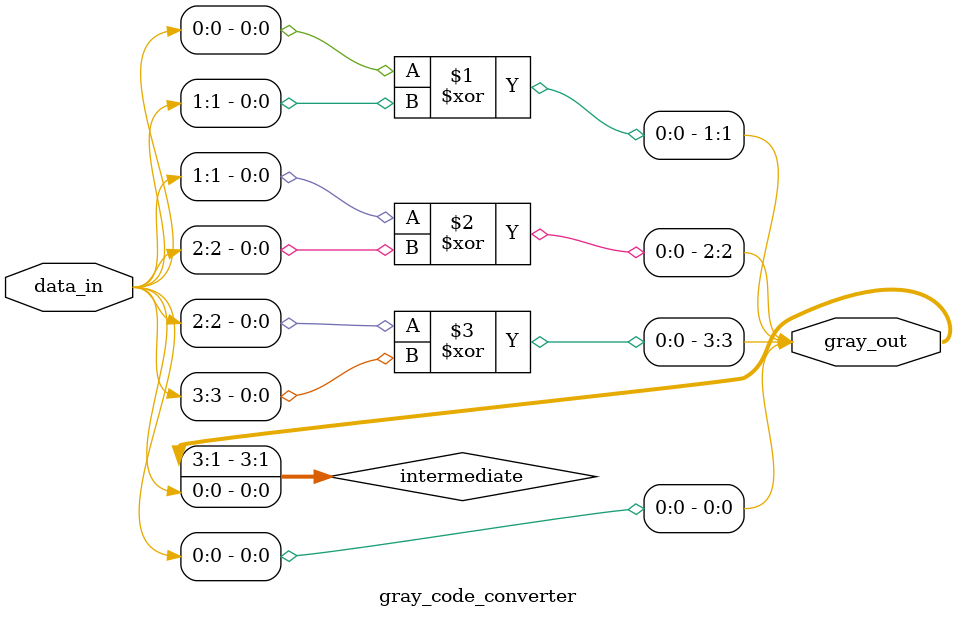
<source format=v>

module gray_code_converter (
    input [3:0] data_in,
    output [3:0] gray_out
);

    wire [3:0] intermediate;

    assign intermediate[0] = data_in[0];
    assign intermediate[1] = data_in[0] ^ data_in[1];
    assign intermediate[2] = data_in[1] ^ data_in[2];
    assign intermediate[3] = data_in[2] ^ data_in[3];

    assign gray_out = intermediate;

endmodule

</source>
